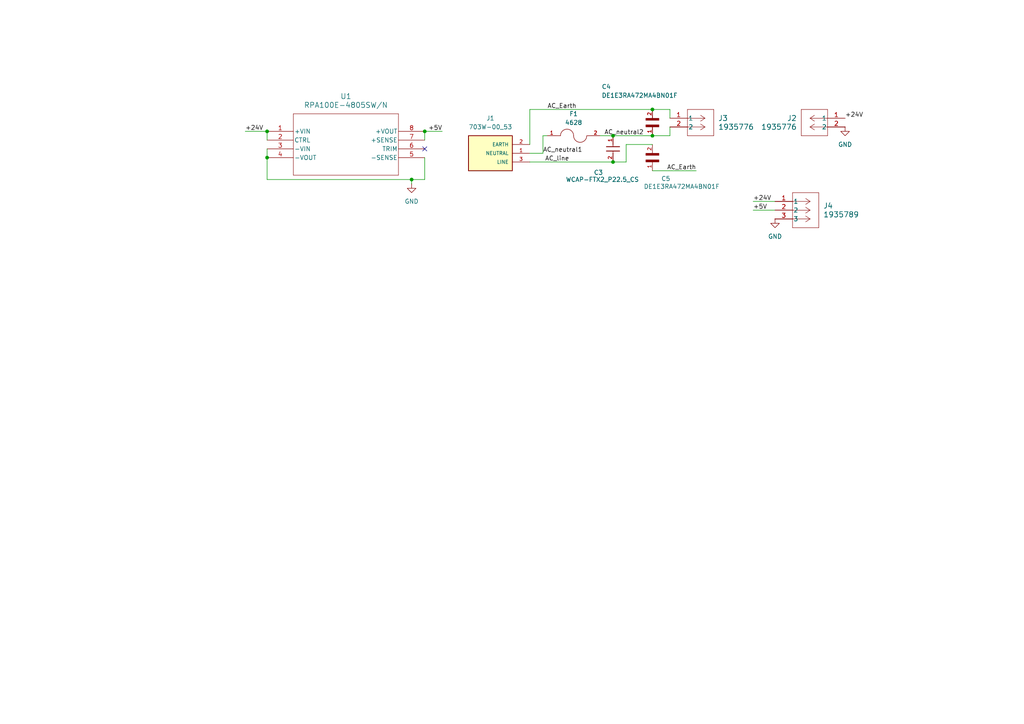
<source format=kicad_sch>
(kicad_sch (version 20250114) (generator "eeschema") (generator_version "9.0")
  (paper "A4")
  (lib_symbols
    (symbol "4628:4628" (pin_names (offset 1.016))
      (property "Reference" "F" (at -2.54 5.08 0))
      (property "Value" "4628" (at -2.54 -5.08 0))
      (symbol "4628_0_0"
        (polyline (pts (xy -5.08 0) (xy -3.81 0)) (stroke (width 0.1524)))
        (arc (start -3.81 0) (mid -1.905 1.8967) (end 0 0) (stroke (width 0.1524)))
        (arc (start 3.81 0) (mid 1.905 -1.8967) (end 0 0) (stroke (width 0.1524)))
        (polyline (pts (xy 5.08 0) (xy 3.81 0)) (stroke (width 0.1524)))
        (pin passive line (at -7.62 0 0) (length 2.54) (name "~") (number "1"))
        (pin passive line (at 7.62 0 180) (length 2.54) (name "~") (number "2"))
      )
    )
    (symbol "703W-00_53:703W-00_53" (pin_names (offset 1.016))
      (property "Reference" "J16" (at 1.27 -10.16 0))
      (property "Value" "703W-00_53" (at 1.27 -7.62 0))
      (symbol "703W-00_53_0_0"
        (rectangle (start -5.08 -5.08) (end 7.62 5.08) (stroke (width 0.254)) (fill (type background)))
        (pin power_out line (at -10.16 2.54 0) (length 5.08) (name "LINE") (number "3"))
        (pin power_out line (at -10.16 0 0) (length 5.08) (name "NEUTRAL") (number "1"))
        (pin power_out line (at -10.16 -2.54 0) (length 5.08) (name "EARTH") (number "2"))
      )
    )
    (symbol "CONN_1935776_PX:1935776" (pin_names (offset 0.254))
      (property "Reference" "J" (at 8.89 6.35 0))
      (property "Value" "1935776" (at 0 0 0))
      (symbol "1935776_0_1"
        (polyline (pts (xy 5.08 2.54) (xy 5.08 -5.08)) (stroke (width 0.127)))
        (polyline (pts (xy 5.08 -5.08) (xy 12.7 -5.08)) (stroke (width 0.127)))
        (polyline (pts (xy 10.16 0) (xy 5.08 0)) (stroke (width 0.127)))
        (polyline (pts (xy 10.16 0) (xy 8.89 0.8467)) (stroke (width 0.127)))
        (polyline (pts (xy 10.16 0) (xy 8.89 -0.8467)) (stroke (width 0.127)))
        (polyline (pts (xy 10.16 -2.54) (xy 5.08 -2.54)) (stroke (width 0.127)))
        (polyline (pts (xy 10.16 -2.54) (xy 8.89 -1.6933)) (stroke (width 0.127)))
        (polyline (pts (xy 10.16 -2.54) (xy 8.89 -3.3867)) (stroke (width 0.127)))
        (polyline (pts (xy 12.7 2.54) (xy 5.08 2.54)) (stroke (width 0.127)))
        (polyline (pts (xy 12.7 -5.08) (xy 12.7 2.54)) (stroke (width 0.127)))
        (pin unspecified line (at 0 0 0) (length 5.08) (name "1") (number "1"))
        (pin unspecified line (at 0 -2.54 0) (length 5.08) (name "2") (number "2"))
      )
    )
    (symbol "CONN_1935789_PXC:1935789" (pin_names (offset 0.254))
      (property "Reference" "J" (at 8.89 6.35 0))
      (property "Value" "1935789" (at 0 0 0))
      (symbol "1935789_0_1"
        (polyline (pts (xy 5.08 2.54) (xy 5.08 -7.62)) (stroke (width 0.127)))
        (polyline (pts (xy 5.08 -7.62) (xy 12.7 -7.62)) (stroke (width 0.127)))
        (polyline (pts (xy 10.16 0) (xy 5.08 0)) (stroke (width 0.127)))
        (polyline (pts (xy 10.16 0) (xy 8.89 0.8467)) (stroke (width 0.127)))
        (polyline (pts (xy 10.16 0) (xy 8.89 -0.8467)) (stroke (width 0.127)))
        (polyline (pts (xy 10.16 -2.54) (xy 5.08 -2.54)) (stroke (width 0.127)))
        (polyline (pts (xy 10.16 -2.54) (xy 8.89 -1.6933)) (stroke (width 0.127)))
        (polyline (pts (xy 10.16 -2.54) (xy 8.89 -3.3867)) (stroke (width 0.127)))
        (polyline (pts (xy 10.16 -5.08) (xy 5.08 -5.08)) (stroke (width 0.127)))
        (polyline (pts (xy 10.16 -5.08) (xy 8.89 -4.2333)) (stroke (width 0.127)))
        (polyline (pts (xy 10.16 -5.08) (xy 8.89 -5.9267)) (stroke (width 0.127)))
        (polyline (pts (xy 12.7 2.54) (xy 5.08 2.54)) (stroke (width 0.127)))
        (polyline (pts (xy 12.7 -7.62) (xy 12.7 2.54)) (stroke (width 0.127)))
        (pin unspecified line (at 0 0 0) (length 5.08) (name "1") (number "1"))
        (pin unspecified line (at 0 -2.54 0) (length 5.08) (name "2") (number "2"))
        (pin unspecified line (at 0 -5.08 0) (length 5.08) (name "3") (number "3"))
      )
    )
    (symbol "DE1E3RA472MA4BN01F:DE1E3RA472MA4BN01F" (pin_names (offset 1.016))
      (property "Reference" "C" (at 0 3.8109 0))
      (property "Value" "DE1E3RA472MA4BN01F" (at 0 -5.0885 0))
      (symbol "DE1E3RA472MA4BN01F_0_0"
        (rectangle (start 0 -1.9069) (end 0.635 1.905) (stroke (width 0.1)) (fill (type outline)))
        (rectangle (start 1.9069 -1.9069) (end 2.54 1.905) (stroke (width 0.1)) (fill (type outline)))
        (pin passive line (at -2.54 0 0) (length 2.54) (name "~") (number "1"))
        (pin passive line (at 5.08 0 180) (length 2.54) (name "~") (number "2"))
      )
    )
    (symbol "RPA100E-W_RCP:RPA100E-4805SW_N" (pin_names (offset 0.254))
      (property "Reference" "U" (at 22.86 10.16 0))
      (property "Value" "RPA100E-4805SW/N" (at 22.86 7.62 0))
      (symbol "RPA100E-4805SW_N_0_1"
        (polyline (pts (xy 7.62 5.08) (xy 7.62 -12.7)) (stroke (width 0.127)))
        (polyline (pts (xy 7.62 -12.7) (xy 38.1 -12.7)) (stroke (width 0.127)))
        (polyline (pts (xy 38.1 5.08) (xy 7.62 5.08)) (stroke (width 0.127)))
        (polyline (pts (xy 38.1 -12.7) (xy 38.1 5.08)) (stroke (width 0.127)))
        (pin power_in line (at 0 0 0) (length 7.62) (name "+VIN") (number "1"))
        (pin unspecified line (at 0 -2.54 0) (length 7.62) (name "CTRL") (number "2"))
        (pin power_in line (at 0 -5.08 0) (length 7.62) (name "-VIN") (number "3"))
        (pin output line (at 0 -7.62 0) (length 7.62) (name "-VOUT") (number "4"))
        (pin output line (at 45.72 0 180) (length 7.62) (name "+VOUT") (number "8"))
        (pin unspecified line (at 45.72 -2.54 180) (length 7.62) (name "+SENSE") (number "7"))
        (pin unspecified line (at 45.72 -5.08 180) (length 7.62) (name "TRIM") (number "6"))
        (pin unspecified line (at 45.72 -7.62 180) (length 7.62) (name "-SENSE") (number "5"))
      )
    )
    (symbol "WCAP-FTX2_P22.5_CS:WCAP-FTX2_P22.5_CS" (pin_names (offset 1.016))
      (property "Reference" "C" (at 1.27 3.302 0))
      (property "Value" "WCAP-FTX2_P22.5_CS" (at 1.27 -5.08 0))
      (symbol "WCAP-FTX2_P22.5_CS_0_0"
        (polyline (pts (xy 0 0) (xy 0.6426 0)) (stroke (width 0.1524)))
        (polyline (pts (xy 0.635 -1.905) (xy 0.635 1.905)) (stroke (width 0.254)))
        (polyline (pts (xy 1.905 1.905) (xy 1.905 -1.905)) (stroke (width 0.254)))
        (polyline (pts (xy 1.9279 0) (xy 2.5705 0)) (stroke (width 0.1524)))
        (pin passive line (at -2.54 0 0) (length 2.54) (name "~") (number "1"))
        (pin passive line (at 5.08 0 180) (length 2.54) (name "~") (number "2"))
      )
    )
    (symbol "power:GND" (power) (pin_numbers (hide yes)) (pin_names (offset 0) (hide yes))
      (property "Value" "GND" (at 0 -3.81 0))
      (symbol "GND_0_1"
        (polyline (pts (xy 0 0) (xy 0 -1.27) (xy 1.27 -1.27) (xy 0 -2.54) (xy -1.27 -1.27) (xy 0 -1.27)))
      )
      (symbol "GND_1_1"
        (pin power_in line (at 0 0 270) (length 0) (name "~") (number "1"))
      )
    )
  )
  (junction (at 177.8 46.99))
  (junction (at 119.38 52.07))
  (junction (at 189.23 39.37))
  (junction (at 123.19 38.1))
  (junction (at 77.47 38.1))
  (junction (at 77.47 45.72))
  (junction (at 189.23 31.75))
  (junction (at 177.8 39.37))
  (no_connect (at 123.19 43.18))
  (wire (pts (xy 218.44 58.42) (xy 224.79 58.42)))
  (wire (pts (xy 218.44 60.96) (xy 224.79 60.96)))
  (wire (pts (xy 119.38 52.07) (xy 123.19 52.07)))
  (wire (pts (xy 173.99 39.37) (xy 177.8 39.37)))
  (wire (pts (xy 157.48 39.37) (xy 158.75 39.37)))
  (wire (pts (xy 194.31 39.37) (xy 194.31 36.83)))
  (wire (pts (xy 123.19 38.1) (xy 128.27 38.1)))
  (wire (pts (xy 201.93 49.53) (xy 189.23 49.53)))
  (wire (pts (xy 189.23 39.37) (xy 177.8 39.37)))
  (wire (pts (xy 71.12 38.1) (xy 77.47 38.1)))
  (wire (pts (xy 194.31 34.29) (xy 194.31 31.75)))
  (wire (pts (xy 123.19 52.07) (xy 123.19 45.72)))
  (wire (pts (xy 157.48 39.37) (xy 157.48 44.45)))
  (wire (pts (xy 77.47 43.18) (xy 77.47 45.72)))
  (wire (pts (xy 77.47 45.72) (xy 77.47 52.07)))
  (wire (pts (xy 194.31 31.75) (xy 189.23 31.75)))
  (wire (pts (xy 181.61 41.91) (xy 189.23 41.91)))
  (wire (pts (xy 157.48 44.45) (xy 153.67 44.45)))
  (wire (pts (xy 177.8 46.99) (xy 181.61 46.99)))
  (wire (pts (xy 181.61 46.99) (xy 181.61 41.91)))
  (wire (pts (xy 77.47 52.07) (xy 119.38 52.07)))
  (wire (pts (xy 153.67 46.99) (xy 177.8 46.99)))
  (wire (pts (xy 123.19 38.1) (xy 123.19 40.64)))
  (wire (pts (xy 189.23 39.37) (xy 194.31 39.37)))
  (wire (pts (xy 77.47 38.1) (xy 77.47 40.64)))
  (wire (pts (xy 153.67 31.75) (xy 189.23 31.75)))
  (wire (pts (xy 153.67 41.91) (xy 153.67 31.75)))
  (wire (pts (xy 119.38 53.34) (xy 119.38 52.07)))
  (label "AC_line" (at 165.1 46.99 180))
  (label "+24V" (at 71.12 38.1 0))
  (label "AC_neutral1" (at 157.48 44.45 0))
  (label "AC_Earth" (at 158.75 31.75 0))
  (label "+5V" (at 128.27 38.1 180))
  (label "+5V" (at 218.44 60.96 0))
  (label "AC_Earth" (at 201.93 49.53 180))
  (label "+24V" (at 218.44 58.42 0))
  (label "AC_neutral2" (at 175.26 39.37 0))
  (label "+24V" (at 245.11 34.29 0))
  (symbol (lib_id "DE1E3RA472MA4BN01F:DE1E3RA472MA4BN01F") (at 189.23 36.83 90) (unit 1)
    (property "Reference" "C4" (at 174.498 25.146 90) (effects (justify right)))
    (property "Value" "DE1E3RA472MA4BN01F" (at 174.498 27.686 90) (effects (justify right)))
    (property "Footprint" "Custom Components:CAP_DE1E3RA472MA4BN01F" (effects (hide yes)))
    (property "STANDARD" "IPC-7351B" (effects (hide yes)))
    (property "MAXIMUM_PACKAGE_HEIGHT" "17.0mm" (effects (hide yes)))
    (property "MANUFACTURER" "Murata" (effects (hide yes)))
  )
  (symbol (lib_id "CONN_1935776_PX:1935776") (at 245.11 34.29 0) (mirror y) (unit 1)
    (property "Reference" "J2" (at 231.14 34.2899 0) (effects (font (size 1.524 1.524)) (justify left)))
    (property "Value" "1935776" (at 231.14 36.8299 0) (effects (font (size 1.524 1.524)) (justify left)))
    (property "Footprint" "Custom Components:CONN_1935776_PXC" (effects (hide yes)))
    (property "Datasheet" "1935776" (effects (hide yes)))
  )
  (symbol (lib_id "CONN_1935776_PX:1935776") (at 194.31 34.29 0) (unit 1)
    (property "Reference" "J3" (at 208.28 34.2899 0) (effects (font (size 1.524 1.524)) (justify left)))
    (property "Value" "1935776" (at 208.28 36.8299 0) (effects (font (size 1.524 1.524)) (justify left)))
    (property "Footprint" "Custom Components:CONN_1935776_PXC" (effects (hide yes)))
    (property "Datasheet" "1935776" (effects (hide yes)))
  )
  (symbol (lib_id "RPA100E-W_RCP:RPA100E-4805SW_N") (at 77.47 38.1 0) (unit 1)
    (property "Reference" "U1" (at 100.33 27.94 0) (effects (font (size 1.524 1.524))))
    (property "Value" "RPA100E-4805SW/N" (at 100.33 30.48 0) (effects (font (size 1.524 1.524))))
    (property "Footprint" "Custom Components:RPA100E-W_RCP" (effects (hide yes)))
    (property "Datasheet" "RPA100E-4805SW/N" (effects (hide yes)))
  )
  (symbol (lib_id "CONN_1935789_PXC:1935789") (at 224.79 58.42 0) (unit 1)
    (property "Reference" "J4" (at 238.76 59.6899 0) (effects (font (size 1.524 1.524)) (justify left)))
    (property "Value" "1935789" (at 238.76 62.2299 0) (effects (font (size 1.524 1.524)) (justify left)))
    (property "Footprint" "Custom Components:CONN_1935789_PXC" (effects (hide yes)))
    (property "Datasheet" "1935789" (effects (hide yes)))
  )
  (symbol (lib_id "4628:4628") (at 166.37 39.37 0) (unit 1)
    (property "Reference" "F1" (at 166.37 33.02 0))
    (property "Value" "4628" (at 166.37 35.56 0))
    (property "Footprint" "Custom Components:FUSE_4628" (effects (hide yes)))
    (property "STANDARD" "Manufacturer Recommendation" (effects (hide yes)))
    (property "SNAPEDA_PN" "4628" (effects (hide yes)))
    (property "MAXIMUM_PACKAGE_HEIGHT" "11.99mm" (effects (hide yes)))
    (property "MANUFACTURER" "Keystone" (effects (hide yes)))
  )
  (symbol (lib_id "703W-00_53:703W-00_53") (at 143.51 44.45 180) (unit 1)
    (property "Reference" "J1" (at 142.24 34.29 0))
    (property "Value" "703W-00_53" (at 142.24 36.83 0))
    (property "Footprint" "Custom Components:QUALTEK_703W-00_53" (effects (hide yes)))
    (property "MANUFACTURER" "Qualtek" (effects (hide yes)))
  )
  (symbol (lib_id "power:GND") (at 224.79 63.5 0) (mirror y) (unit 1)
    (property "Reference" "#PWR03" (effects (hide yes)))
    (property "Value" "GND" (at 224.79 68.58 0))
    (property "Description" "Power symbol creates a global label with name \"GND\" , ground" (effects (hide yes)))
  )
  (symbol (lib_id "DE1E3RA472MA4BN01F:DE1E3RA472MA4BN01F") (at 189.23 46.99 90) (unit 1)
    (property "Reference" "C5" (at 191.77 51.816 90) (effects (justify right)))
    (property "Value" "DE1E3RA472MA4BN01F" (at 186.69 54.102 90) (effects (justify right)))
    (property "Footprint" "Custom Components:CAP_DE1E3RA472MA4BN01F" (effects (hide yes)))
    (property "STANDARD" "IPC-7351B" (effects (hide yes)))
    (property "MAXIMUM_PACKAGE_HEIGHT" "17.0mm" (effects (hide yes)))
    (property "MANUFACTURER" "Murata" (effects (hide yes)))
  )
  (symbol (lib_id "power:GND") (at 119.38 53.34 0) (unit 1)
    (property "Reference" "#PWR02" (effects (hide yes)))
    (property "Value" "GND" (at 119.38 58.42 0))
    (property "Description" "Power symbol creates a global label with name \"GND\" , ground" (effects (hide yes)))
  )
  (symbol (lib_id "WCAP-FTX2_P22.5_CS:WCAP-FTX2_P22.5_CS") (at 177.8 41.91 270) (unit 1)
    (property "Reference" "C3" (at 172.212 50.038 90) (effects (justify left)))
    (property "Value" "WCAP-FTX2_P22.5_CS" (at 164.084 52.07 90) (effects (justify left)))
    (property "Footprint" "Custom Components:WCAP-FTX2_P22.5L26W6H12_CS" (effects (hide yes)))
  )
  (symbol (lib_id "power:GND") (at 245.11 36.83 0) (mirror y) (unit 1)
    (property "Reference" "#PWR01" (effects (hide yes)))
    (property "Value" "GND" (at 245.11 41.91 0))
    (property "Description" "Power symbol creates a global label with name \"GND\" , ground" (effects (hide yes)))
  )
)
</source>
